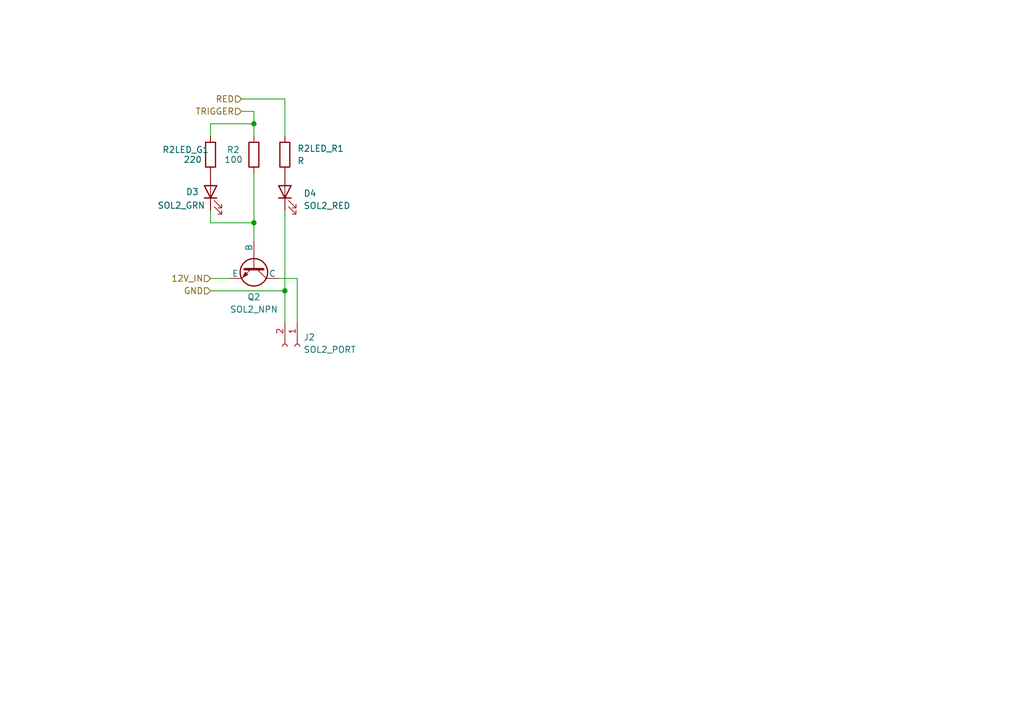
<source format=kicad_sch>
(kicad_sch (version 20231120) (generator "eeschema") (generator_version "8.0")
  (paper "A5")
  (lib_symbols
    (symbol "Connector:Conn_01x02_Socket" (pin_names (offset 1.016) hide)
      (property "Reference" "J" (at 0 2.54 0))
      (property "Value" "Conn_01x02_Socket" (at 0 -5.08 0))
      (symbol "Conn_01x02_Socket_1_1"
        (arc (start 0 -2.032) (mid -0.5058 -2.54) (end 0 -3.048) (stroke (width 0.1524)))
        (polyline (pts (xy -1.27 -2.54) (xy -0.508 -2.54)) (stroke (width 0.1524)))
        (polyline (pts (xy -1.27 0) (xy -0.508 0)) (stroke (width 0.1524)))
        (arc (start 0 0.508) (mid -0.5058 0) (end 0 -0.508) (stroke (width 0.1524)))
        (pin passive line (at -5.08 0 0) (length 3.81) (name "Pin_1") (number "1"))
        (pin passive line (at -5.08 -2.54 0) (length 3.81) (name "Pin_2") (number "2"))
      )
    )
    (symbol "Device:LED" (pin_numbers hide) (pin_names (offset 1.016) hide)
      (property "Reference" "D" (at 0 2.54 0))
      (property "Value" "LED" (at 0 -2.54 0))
      (symbol "LED_0_1"
        (polyline (pts (xy -1.27 -1.27) (xy -1.27 1.27)) (stroke (width 0.254)))
        (polyline (pts (xy -1.27 0) (xy 1.27 0)))
        (polyline (pts (xy 1.27 -1.27) (xy 1.27 1.27) (xy -1.27 0) (xy 1.27 -1.27)) (stroke (width 0.254)))
        (polyline (pts (xy -3.048 -0.762) (xy -4.572 -2.286) (xy -3.81 -2.286) (xy -4.572 -2.286) (xy -4.572 -1.524)))
        (polyline (pts (xy -1.778 -0.762) (xy -3.302 -2.286) (xy -2.54 -2.286) (xy -3.302 -2.286) (xy -3.302 -1.524)))
      )
      (symbol "LED_1_1"
        (pin passive line (at -3.81 0 0) (length 2.54) (name "K") (number "1"))
        (pin passive line (at 3.81 0 180) (length 2.54) (name "A") (number "2"))
      )
    )
    (symbol "Device:R" (pin_numbers hide) (pin_names (offset 0))
      (property "Reference" "R" (at 2.032 0 90))
      (property "Value" "R" (at 0 0 90))
      (symbol "R_0_1"
        (rectangle (start -1.016 -2.54) (end 1.016 2.54) (stroke (width 0.254)))
      )
      (symbol "R_1_1"
        (pin passive line (at 0 3.81 270) (length 1.27) (name "~") (number "1"))
        (pin passive line (at 0 -3.81 90) (length 1.27) (name "~") (number "2"))
      )
    )
    (symbol "Simulation_SPICE:NPN" (pin_numbers hide) (pin_names (offset 0))
      (property "Reference" "Q" (at -2.54 7.62 0))
      (property "Value" "NPN" (at -2.54 5.08 0))
      (symbol "NPN_0_1"
        (polyline (pts (xy -2.54 0) (xy 0.635 0)) (stroke (width 0.1524)))
        (polyline (pts (xy 0.635 0.635) (xy 2.54 2.54)))
        (polyline (pts (xy 2.794 -1.27) (xy 2.794 -1.27)) (stroke (width 0.1524)))
        (polyline (pts (xy 2.794 -1.27) (xy 2.794 -1.27)) (stroke (width 0.1524)))
        (polyline (pts (xy 0.635 -0.635) (xy 2.54 -2.54) (xy 2.54 -2.54)))
        (polyline (pts (xy 0.635 1.905) (xy 0.635 -1.905) (xy 0.635 -1.905)) (stroke (width 0.508)))
        (polyline (pts (xy 1.27 -1.778) (xy 1.778 -1.27) (xy 2.286 -2.286) (xy 1.27 -1.778) (xy 1.27 -1.778)) (fill (type outline)))
        (circle (center 1.27 0) (radius 2.8194) (stroke (width 0.254)))
      )
      (symbol "NPN_1_1"
        (pin open_collector line (at 2.54 5.08 270) (length 2.54) (name "C") (number "1"))
        (pin input line (at -5.08 0 0) (length 2.54) (name "B") (number "2"))
        (pin open_emitter line (at 2.54 -5.08 90) (length 2.54) (name "E") (number "3"))
      )
    )
  )
  (junction (at 58.42 59.69))
  (junction (at 52.07 25.4))
  (junction (at 52.07 45.72))
  (wire (pts (xy 49.53 20.32) (xy 58.42 20.32)))
  (wire (pts (xy 43.18 45.72) (xy 52.07 45.72)))
  (wire (pts (xy 58.42 20.32) (xy 58.42 27.94)))
  (wire (pts (xy 58.42 59.69) (xy 58.42 66.04)))
  (wire (pts (xy 60.96 66.04) (xy 60.96 57.15)))
  (wire (pts (xy 43.18 25.4) (xy 52.07 25.4)))
  (wire (pts (xy 43.18 43.18) (xy 43.18 45.72)))
  (wire (pts (xy 49.53 22.86) (xy 52.07 22.86)))
  (wire (pts (xy 52.07 45.72) (xy 52.07 49.53)))
  (wire (pts (xy 52.07 22.86) (xy 52.07 25.4)))
  (wire (pts (xy 52.07 25.4) (xy 52.07 27.94)))
  (wire (pts (xy 43.18 57.15) (xy 46.99 57.15)))
  (wire (pts (xy 43.18 25.4) (xy 43.18 27.94)))
  (wire (pts (xy 43.18 59.69) (xy 58.42 59.69)))
  (wire (pts (xy 58.42 43.18) (xy 58.42 59.69)))
  (wire (pts (xy 52.07 35.56) (xy 52.07 45.72)))
  (wire (pts (xy 60.96 57.15) (xy 57.15 57.15)))
  (hierarchical_label "GND" (shape input) (at 43.18 59.69 180))
  (hierarchical_label "12V_IN" (shape input) (at 43.18 57.15 180))
  (hierarchical_label "TRIGGER" (shape input) (at 49.53 22.86 180))
  (hierarchical_label "RED" (shape input) (at 49.53 20.32 180))
  (symbol (lib_id "Device:R") (at 43.18 31.75 0) (unit 1)
    (property "Reference" "R2LED_G1" (at 33.274 30.734 0) (effects (justify left)))
    (property "Value" "220" (at 37.592 32.766 0) (effects (justify left)))
    (property "Description" "Resistor" (effects (hide yes)))
  )
  (symbol (lib_id "Connector:Conn_01x02_Socket") (at 60.96 71.12 270) (unit 1)
    (property "Reference" "J2" (at 62.23 69.2149 90) (effects (justify left)))
    (property "Value" "SOL2_PORT" (at 62.23 71.7549 90) (effects (justify left)))
    (property "Description" "Generic connector, single row, 01x02, script generated" (effects (hide yes)))
  )
  (symbol (lib_id "Device:LED") (at 43.18 39.37 90) (unit 1)
    (property "Reference" "D3" (at 38.1 39.37 90) (effects (justify right)))
    (property "Value" "SOL2_GRN" (at 32.258 42.164 90) (effects (justify right)))
    (property "Description" "Light emitting diode" (effects (hide yes)))
  )
  (symbol (lib_id "Simulation_SPICE:NPN") (at 52.07 54.61 270) (unit 1)
    (property "Reference" "Q2" (at 52.07 60.96 90))
    (property "Value" "SOL2_NPN" (at 52.07 63.5 90))
    (property "Datasheet" "https://ngspice.sourceforge.io/docs/ngspice-html-manual/manual.xhtml#cha_BJTs" (effects (hide yes)))
    (property "Description" "Bipolar transistor symbol for simulation only, substrate tied to the emitter" (effects (hide yes)))
    (property "Sim.Device" "NPN" (effects (hide yes)))
    (property "Sim.Type" "GUMMELPOON" (effects (hide yes)))
    (property "Sim.Pins" "1=C 2=B 3=E" (effects (hide yes)))
  )
  (symbol (lib_id "Device:LED") (at 58.42 39.37 90) (unit 1)
    (property "Reference" "D4" (at 62.23 39.6874 90) (effects (justify right)))
    (property "Value" "SOL2_RED" (at 62.23 42.2274 90) (effects (justify right)))
    (property "Description" "Light emitting diode" (effects (hide yes)))
  )
  (symbol (lib_id "Device:R") (at 52.07 31.75 0) (unit 1)
    (property "Reference" "R2" (at 46.482 30.734 0) (effects (justify left)))
    (property "Value" "100" (at 45.974 32.766 0) (effects (justify left)))
    (property "Description" "Resistor" (effects (hide yes)))
  )
  (symbol (lib_id "Device:R") (at 58.42 31.75 0) (unit 1)
    (property "Reference" "R2LED_R1" (at 60.96 30.4799 0) (effects (justify left)))
    (property "Value" "R" (at 60.96 33.0199 0) (effects (justify left)))
    (property "Description" "Resistor" (effects (hide yes)))
  )
)
</source>
